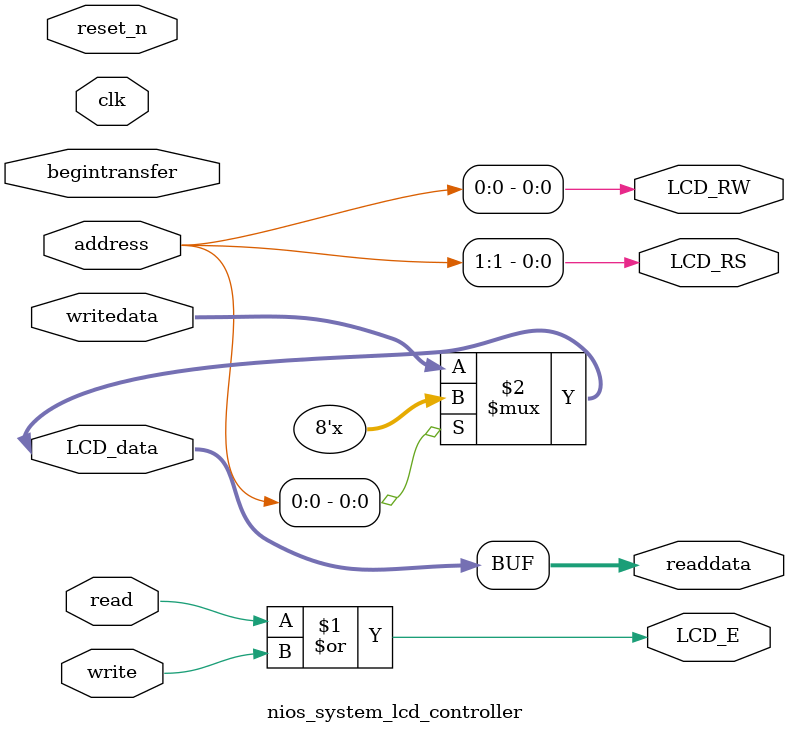
<source format=v>

`timescale 1ns / 1ps
// synthesis translate_on

// turn off superfluous verilog processor warnings 
// altera message_level Level1 
// altera message_off 10034 10035 10036 10037 10230 10240 10030 

module nios_system_lcd_controller (
                                    // inputs:
                                     address,
                                     begintransfer,
                                     clk,
                                     read,
                                     reset_n,
                                     write,
                                     writedata,

                                    // outputs:
                                     LCD_E,
                                     LCD_RS,
                                     LCD_RW,
                                     LCD_data,
                                     readdata
                                  )
;

  output           LCD_E;
  output           LCD_RS;
  output           LCD_RW;
  inout   [  7: 0] LCD_data;
  output  [  7: 0] readdata;
  input   [  1: 0] address;
  input            begintransfer;
  input            clk;
  input            read;
  input            reset_n;
  input            write;
  input   [  7: 0] writedata;


wire             LCD_E;
wire             LCD_RS;
wire             LCD_RW;
wire    [  7: 0] LCD_data;
wire    [  7: 0] readdata;
  assign LCD_RW = address[0];
  assign LCD_RS = address[1];
  assign LCD_E = read | write;
  assign LCD_data = (address[0]) ? {8{1'bz}} : writedata;
  assign readdata = LCD_data;
  //control_slave, which is an e_avalon_slave

endmodule


</source>
